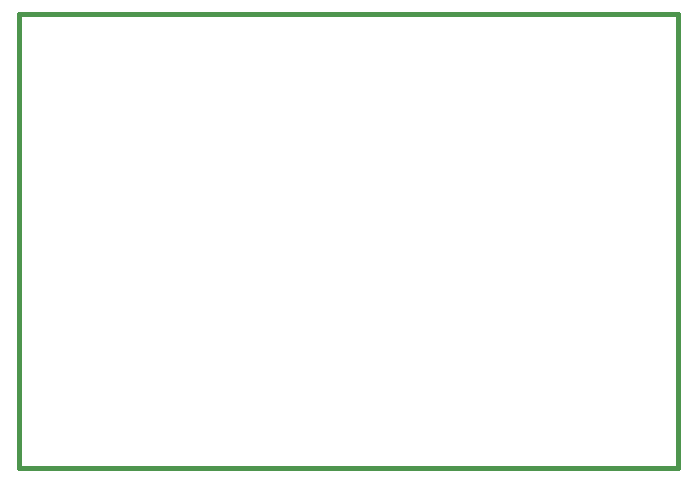
<source format=gko>
%FSLAX33Y33*%
%MOMM*%
%ADD10C,0.381*%
D10*
%LNpath-1*%
G01*
X0Y0D02*
X55800Y0D01*
X55800Y38500*
X0Y38500*
X0Y0*
%LNmechanical details_traces*%
M02*
</source>
